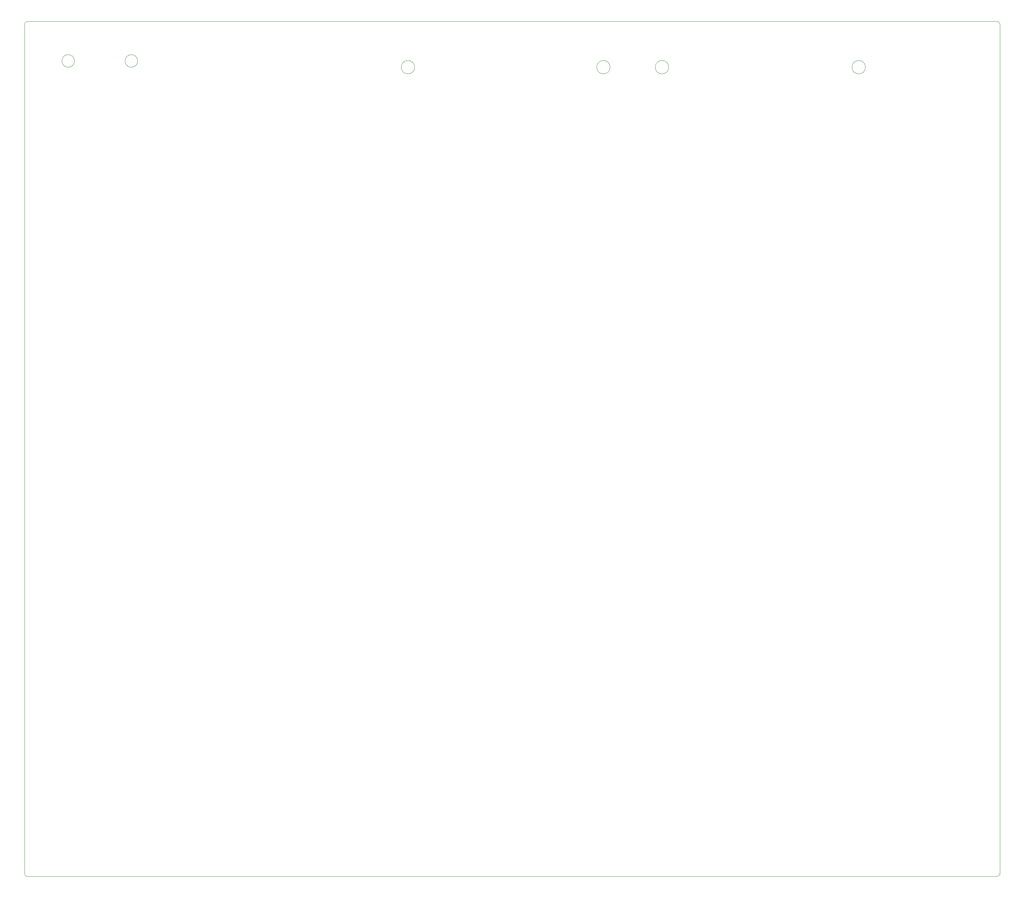
<source format=gbr>
%TF.GenerationSoftware,KiCad,Pcbnew,8.0.1*%
%TF.CreationDate,2024-04-12T12:19:04+01:00*%
%TF.ProjectId,TIM-011B,54494d2d-3031-4314-922e-6b696361645f,rev?*%
%TF.SameCoordinates,Original*%
%TF.FileFunction,Profile,NP*%
%FSLAX46Y46*%
G04 Gerber Fmt 4.6, Leading zero omitted, Abs format (unit mm)*
G04 Created by KiCad (PCBNEW 8.0.1) date 2024-04-12 12:19:04*
%MOMM*%
%LPD*%
G01*
G04 APERTURE LIST*
%TA.AperFunction,Profile*%
%ADD10C,0.050000*%
%TD*%
G04 APERTURE END LIST*
D10*
X324420000Y-33890000D02*
X324420000Y-236830000D01*
X91629999Y-33889999D02*
G75*
G02*
X92269999Y-33249999I640001J-1D01*
G01*
X323780000Y-237470000D02*
X92272548Y-237467452D01*
X92269999Y-33249999D02*
X323780000Y-33250000D01*
X324420000Y-236830000D02*
G75*
G02*
X323780000Y-237470000I-640000J0D01*
G01*
X323780000Y-33250000D02*
G75*
G02*
X324420000Y-33890000I0J-640000D01*
G01*
X231425076Y-44190000D02*
G75*
G02*
X228225076Y-44190000I-1600000J0D01*
G01*
X228225076Y-44190000D02*
G75*
G02*
X231425076Y-44190000I1600000J0D01*
G01*
X292355076Y-44190000D02*
G75*
G02*
X289155076Y-44190000I-1600000J0D01*
G01*
X289155076Y-44190000D02*
G75*
G02*
X292355076Y-44190000I1600000J0D01*
G01*
X245405076Y-44190000D02*
G75*
G02*
X242205076Y-44190000I-1600000J0D01*
G01*
X242205076Y-44190000D02*
G75*
G02*
X245405076Y-44190000I1600000J0D01*
G01*
X92272548Y-237467452D02*
G75*
G02*
X91632548Y-236827452I-48J639952D01*
G01*
X91632548Y-236827452D02*
X91629999Y-33889999D01*
X184765076Y-44190000D02*
G75*
G02*
X181565076Y-44190000I-1600000J0D01*
G01*
X181565076Y-44190000D02*
G75*
G02*
X184765076Y-44190000I1600000J0D01*
G01*
%TO.C,T1*%
X103565000Y-42690000D02*
G75*
G02*
X100565000Y-42690000I-1500000J0D01*
G01*
X100565000Y-42690000D02*
G75*
G02*
X103565000Y-42690000I1500000J0D01*
G01*
X118635000Y-42690000D02*
G75*
G02*
X115635000Y-42690000I-1500000J0D01*
G01*
X115635000Y-42690000D02*
G75*
G02*
X118635000Y-42690000I1500000J0D01*
G01*
%TD*%
M02*

</source>
